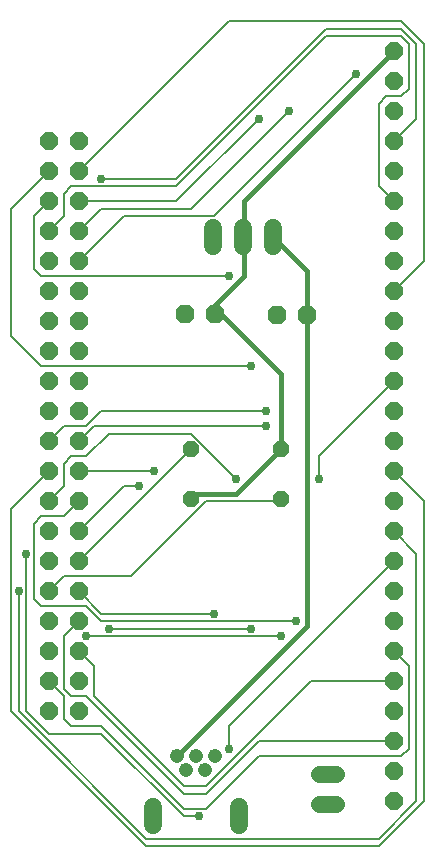
<source format=gbr>
G04 EAGLE Gerber RS-274X export*
G75*
%MOMM*%
%FSLAX34Y34*%
%LPD*%
%INTop Copper*%
%IPPOS*%
%AMOC8*
5,1,8,0,0,1.08239X$1,22.5*%
G01*
%ADD10P,1.632244X8X112.500000*%
%ADD11P,1.649562X8X292.500000*%
%ADD12C,1.422400*%
%ADD13P,1.429621X8X22.500000*%
%ADD14C,1.524000*%
%ADD15P,1.732040X8X202.500000*%
%ADD16C,1.508000*%
%ADD17C,1.208000*%
%ADD18C,0.457200*%
%ADD19C,0.152400*%
%ADD20C,0.756400*%


D10*
X381000Y63500D03*
X381000Y88900D03*
X381000Y114300D03*
X381000Y139700D03*
X381000Y165100D03*
X381000Y190500D03*
X381000Y215900D03*
X381000Y241300D03*
X381000Y266700D03*
X381000Y292100D03*
X381000Y317500D03*
X381000Y342900D03*
X381000Y368300D03*
X381000Y393700D03*
X381000Y419100D03*
X381000Y444500D03*
X381000Y469900D03*
X381000Y495300D03*
X381000Y520700D03*
X381000Y546100D03*
X381000Y571500D03*
X381000Y596900D03*
X381000Y622300D03*
X381000Y647700D03*
X381000Y673100D03*
X381000Y698500D03*
D11*
X88900Y622300D03*
X114300Y622300D03*
X88900Y596900D03*
X114300Y596900D03*
X88900Y571500D03*
X114300Y571500D03*
X88900Y546100D03*
X114300Y546100D03*
X88900Y520700D03*
X114300Y520700D03*
X88900Y495300D03*
X114300Y495300D03*
X88900Y469900D03*
X114300Y469900D03*
X88900Y444500D03*
X114300Y444500D03*
X88900Y419100D03*
X114300Y419100D03*
X88900Y393700D03*
X114300Y393700D03*
X88900Y368300D03*
X114300Y368300D03*
X88900Y342900D03*
X114300Y342900D03*
X88900Y317500D03*
X114300Y317500D03*
X88900Y292100D03*
X114300Y292100D03*
X88900Y266700D03*
X114300Y266700D03*
X88900Y241300D03*
X114300Y241300D03*
X88900Y215900D03*
X114300Y215900D03*
X88900Y190500D03*
X114300Y190500D03*
X88900Y165100D03*
X114300Y165100D03*
X88900Y139700D03*
X114300Y139700D03*
D12*
X318008Y86360D02*
X332232Y86360D01*
X332232Y60960D02*
X318008Y60960D01*
D13*
X209550Y361950D03*
X285750Y361950D03*
D14*
X228346Y533400D02*
X228346Y548640D01*
X253746Y548640D02*
X253746Y533400D01*
X279146Y533400D02*
X279146Y548640D01*
D15*
X229616Y476504D03*
X204216Y476504D03*
X307340Y475488D03*
X281940Y475488D03*
D16*
X176860Y58950D02*
X176860Y43870D01*
X249860Y43870D02*
X249860Y58950D01*
D17*
X221360Y89910D03*
X213360Y101910D03*
X197360Y101910D03*
X229360Y101910D03*
X205360Y89910D03*
D13*
X209296Y319532D03*
X285496Y319532D03*
D18*
X307340Y211890D02*
X197360Y101910D01*
X307340Y211890D02*
X307340Y475488D01*
X307340Y512826D02*
X279146Y541020D01*
X307340Y512826D02*
X307340Y475488D01*
D19*
X279400Y317500D02*
X222250Y317500D01*
X158750Y254000D01*
X101600Y254000D01*
X88900Y241300D01*
X279400Y317500D02*
X285496Y319532D01*
X317500Y355600D02*
X381000Y419100D01*
X317500Y355600D02*
X317500Y336550D01*
D20*
X317500Y336550D03*
D19*
X209550Y361950D02*
X114300Y266700D01*
X82550Y431800D02*
X260350Y431800D01*
X82550Y431800D02*
X57150Y457200D01*
X57150Y565150D01*
X88900Y596900D01*
D20*
X260350Y431800D03*
D19*
X381000Y495300D02*
X406400Y520700D01*
X406400Y704850D01*
X387350Y723900D01*
X241300Y723900D01*
X114300Y596900D01*
X82550Y508000D02*
X241300Y508000D01*
X82550Y508000D02*
X76200Y514350D01*
X76200Y558800D01*
X88900Y571500D01*
D20*
X241300Y508000D03*
D19*
X196850Y571500D02*
X266700Y641350D01*
X196850Y571500D02*
X114300Y571500D01*
D20*
X266700Y641350D03*
D19*
X368300Y584200D02*
X381000Y571500D01*
X368300Y584200D02*
X368300Y654050D01*
X374650Y660400D01*
X387350Y660400D01*
X393700Y666750D01*
X393700Y704850D01*
X387350Y711200D01*
X323850Y711200D01*
X196850Y584200D01*
X107950Y584200D01*
X101600Y577850D01*
X101600Y558800D01*
X88900Y546100D01*
X209550Y565150D02*
X292100Y647700D01*
X209550Y565150D02*
X133350Y565150D01*
X114300Y546100D01*
D20*
X292100Y647700D03*
D19*
X381000Y622300D02*
X400050Y641350D01*
X400050Y704850D01*
X387350Y717550D01*
X323850Y717550D01*
X196850Y590550D01*
X133350Y590550D01*
D20*
X133350Y590550D03*
D19*
X228600Y558800D02*
X349250Y679450D01*
X228600Y558800D02*
X152400Y558800D01*
X114300Y520700D01*
D20*
X349250Y679450D03*
D19*
X273050Y393700D02*
X133350Y393700D01*
X120650Y381000D01*
X101600Y381000D01*
X88900Y368300D01*
D20*
X273050Y393700D03*
D19*
X273050Y381000D02*
X127000Y381000D01*
X114300Y368300D01*
D20*
X273050Y381000D03*
D19*
X381000Y342900D02*
X406400Y317500D01*
X406400Y63500D01*
X368300Y25400D01*
X171450Y25400D01*
X57150Y139700D01*
X57150Y311150D01*
X88900Y342900D01*
X114300Y342900D02*
X177800Y342900D01*
D20*
X177800Y342900D03*
D19*
X209550Y374650D02*
X247650Y336550D01*
X209550Y374650D02*
X139700Y374650D01*
X120650Y355600D01*
X107950Y355600D01*
X101600Y349250D01*
X101600Y330200D01*
X88900Y317500D01*
D20*
X247650Y336550D03*
D19*
X298450Y215900D02*
X133350Y215900D01*
X120650Y228600D01*
X82550Y228600D01*
X76200Y234950D01*
X76200Y298450D01*
X82550Y304800D01*
X101600Y304800D01*
X114300Y317500D01*
D20*
X298450Y215900D03*
D19*
X381000Y292100D02*
X400050Y273050D01*
X400050Y63500D01*
X368300Y31750D01*
X171450Y31750D01*
X63500Y139700D01*
X63500Y241300D01*
D20*
X63500Y241300D03*
D19*
X241300Y127000D02*
X381000Y266700D01*
X241300Y127000D02*
X241300Y107950D01*
D20*
X241300Y107950D03*
D19*
X228600Y222250D02*
X133350Y222250D01*
X114300Y241300D01*
D20*
X228600Y222250D03*
D19*
X260350Y209550D02*
X139700Y209550D01*
D20*
X260350Y209550D03*
X139700Y209550D03*
D19*
X266700Y114300D02*
X381000Y114300D01*
X266700Y114300D02*
X222250Y69850D01*
X203200Y69850D01*
X120650Y152400D01*
X107950Y152400D01*
X101600Y158750D01*
X101600Y203200D01*
X114300Y215900D01*
X120650Y203200D02*
X285750Y203200D01*
D20*
X285750Y203200D03*
X120650Y203200D03*
D19*
X311150Y165100D02*
X381000Y165100D01*
X311150Y165100D02*
X222250Y76200D01*
X203200Y76200D01*
X127000Y152400D01*
X127000Y177800D01*
X114300Y190500D01*
X381000Y190500D02*
X393700Y177800D01*
X393700Y107950D01*
X387350Y101600D01*
X266700Y101600D01*
X222250Y57150D01*
X203200Y57150D01*
X133350Y127000D01*
X107950Y127000D01*
X101600Y133350D01*
X101600Y152400D01*
X88900Y165100D01*
X203200Y50800D02*
X215900Y50800D01*
X203200Y50800D02*
X133350Y120650D01*
X88900Y120650D01*
X69850Y139700D01*
X69850Y273050D01*
D20*
X215900Y50800D03*
X69850Y273050D03*
D19*
X152400Y330200D02*
X165100Y330200D01*
X152400Y330200D02*
X114300Y292100D01*
D20*
X165100Y330200D03*
D18*
X209550Y323850D02*
X247650Y323850D01*
X285750Y361950D01*
X209550Y323850D02*
X209296Y319532D01*
X254000Y571500D02*
X381000Y698500D01*
X254000Y571500D02*
X254000Y546100D01*
X253746Y541020D01*
X254000Y508000D02*
X228600Y482600D01*
X254000Y508000D02*
X254000Y539750D01*
X228600Y482600D02*
X229616Y476504D01*
X254000Y539750D02*
X253746Y541020D01*
X285750Y425450D02*
X285750Y361950D01*
X285750Y425450D02*
X234950Y476250D01*
X229616Y476504D01*
M02*

</source>
